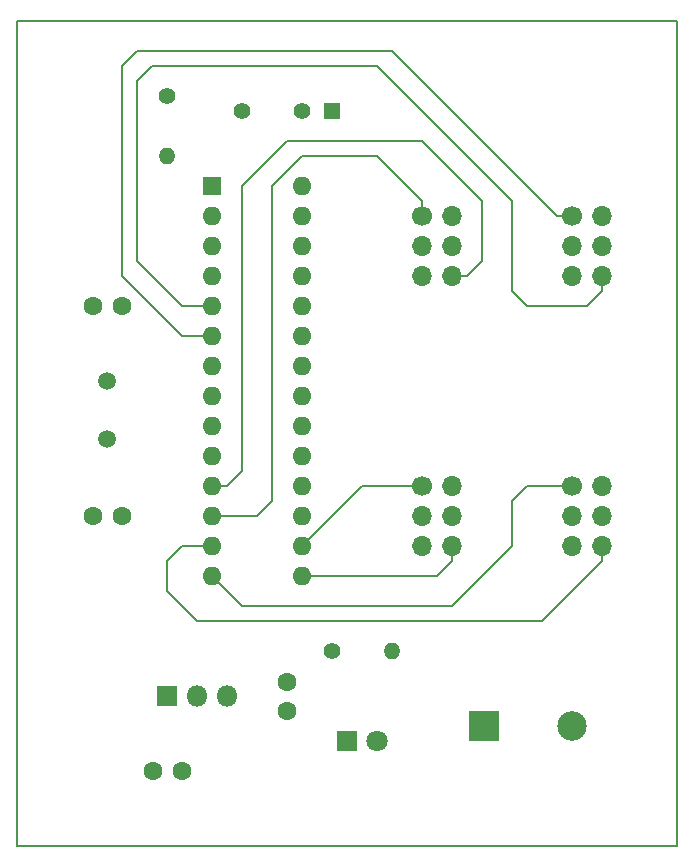
<source format=gbr>
%TF.GenerationSoftware,KiCad,Pcbnew,4.0.7*%
%TF.CreationDate,2018-07-21T22:05:15-04:00*%
%TF.ProjectId,arduino-ir-relay,61726475696E6F2D69722D72656C6179,rev?*%
%TF.FileFunction,Copper,L2,Bot,Signal*%
%FSLAX46Y46*%
G04 Gerber Fmt 4.6, Leading zero omitted, Abs format (unit mm)*
G04 Created by KiCad (PCBNEW 4.0.7) date Sat Jul 21 22:05:15 2018*
%MOMM*%
%LPD*%
G01*
G04 APERTURE LIST*
%ADD10C,0.150000*%
%ADD11C,1.700000*%
%ADD12O,1.700000X1.700000*%
%ADD13R,1.400000X1.400000*%
%ADD14C,1.400000*%
%ADD15C,1.600000*%
%ADD16C,1.500000*%
%ADD17R,1.800000X1.800000*%
%ADD18C,1.800000*%
%ADD19O,1.400000X1.400000*%
%ADD20O,1.800000X1.800000*%
%ADD21R,2.500000X2.500000*%
%ADD22C,2.500000*%
%ADD23R,1.600000X1.600000*%
%ADD24O,1.600000X1.600000*%
%ADD25C,0.152400*%
G04 APERTURE END LIST*
D10*
X64770000Y-50800000D02*
X63500000Y-50800000D01*
X119380000Y-50800000D02*
X64770000Y-50800000D01*
X119380000Y-120650000D02*
X119380000Y-50800000D01*
X63500000Y-120650000D02*
X119380000Y-120650000D01*
X63500000Y-50800000D02*
X63500000Y-120650000D01*
D11*
X110490000Y-90170000D03*
D12*
X113030000Y-90170000D03*
X110490000Y-92710000D03*
X113030000Y-92710000D03*
X110490000Y-95250000D03*
X113030000Y-95250000D03*
D13*
X90170000Y-58420000D03*
D14*
X87630000Y-58420000D03*
X82550000Y-58420000D03*
D15*
X74970000Y-114300000D03*
X77470000Y-114300000D03*
X86360000Y-109220000D03*
X86360000Y-106720000D03*
X72390000Y-74930000D03*
X69890000Y-74930000D03*
X72390000Y-92710000D03*
X69890000Y-92710000D03*
D16*
X71120000Y-86160000D03*
X71120000Y-81280000D03*
D17*
X91440000Y-111760000D03*
D18*
X93980000Y-111760000D03*
D14*
X90170000Y-104140000D03*
D19*
X95250000Y-104140000D03*
D14*
X76200000Y-57150000D03*
D19*
X76200000Y-62230000D03*
D17*
X76200000Y-107950000D03*
D20*
X78740000Y-107950000D03*
X81280000Y-107950000D03*
D21*
X102990000Y-110490000D03*
D22*
X110490000Y-110490000D03*
D11*
X110490000Y-67310000D03*
D12*
X113030000Y-67310000D03*
X110490000Y-69850000D03*
X113030000Y-69850000D03*
X110490000Y-72390000D03*
X113030000Y-72390000D03*
D11*
X97790000Y-67310000D03*
D12*
X100330000Y-67310000D03*
X97790000Y-69850000D03*
X100330000Y-69850000D03*
X97790000Y-72390000D03*
X100330000Y-72390000D03*
D11*
X97790000Y-90170000D03*
D12*
X100330000Y-90170000D03*
X97790000Y-92710000D03*
X100330000Y-92710000D03*
X97790000Y-95250000D03*
X100330000Y-95250000D03*
D23*
X80010000Y-64770000D03*
D24*
X87630000Y-97790000D03*
X80010000Y-67310000D03*
X87630000Y-95250000D03*
X80010000Y-69850000D03*
X87630000Y-92710000D03*
X80010000Y-72390000D03*
X87630000Y-90170000D03*
X80010000Y-74930000D03*
X87630000Y-87630000D03*
X80010000Y-77470000D03*
X87630000Y-85090000D03*
X80010000Y-80010000D03*
X87630000Y-82550000D03*
X80010000Y-82550000D03*
X87630000Y-80010000D03*
X80010000Y-85090000D03*
X87630000Y-77470000D03*
X80010000Y-87630000D03*
X87630000Y-74930000D03*
X80010000Y-90170000D03*
X87630000Y-72390000D03*
X80010000Y-92710000D03*
X87630000Y-69850000D03*
X80010000Y-95250000D03*
X87630000Y-67310000D03*
X80010000Y-97790000D03*
X87630000Y-64770000D03*
D25*
X113030000Y-72390000D02*
X113030000Y-73660000D01*
X77470000Y-74930000D02*
X80010000Y-74930000D01*
X73660000Y-71120000D02*
X77470000Y-74930000D01*
X73660000Y-55880000D02*
X73660000Y-71120000D01*
X74930000Y-54610000D02*
X73660000Y-55880000D01*
X93980000Y-54610000D02*
X74930000Y-54610000D01*
X105410000Y-66040000D02*
X93980000Y-54610000D01*
X105410000Y-73660000D02*
X105410000Y-66040000D01*
X106680000Y-74930000D02*
X105410000Y-73660000D01*
X111760000Y-74930000D02*
X106680000Y-74930000D01*
X113030000Y-73660000D02*
X111760000Y-74930000D01*
X100330000Y-95250000D02*
X100330000Y-96520000D01*
X99060000Y-97790000D02*
X87630000Y-97790000D01*
X100330000Y-96520000D02*
X99060000Y-97790000D01*
X92710000Y-90170000D02*
X87630000Y-95250000D01*
X97790000Y-90170000D02*
X92710000Y-90170000D01*
X110490000Y-67310000D02*
X109220000Y-67310000D01*
X77470000Y-77470000D02*
X80010000Y-77470000D01*
X72390000Y-72390000D02*
X77470000Y-77470000D01*
X72390000Y-54610000D02*
X72390000Y-72390000D01*
X73660000Y-53340000D02*
X72390000Y-54610000D01*
X95250000Y-53340000D02*
X73660000Y-53340000D01*
X109220000Y-67310000D02*
X95250000Y-53340000D01*
X100330000Y-72390000D02*
X101600000Y-72390000D01*
X81280000Y-90170000D02*
X80010000Y-90170000D01*
X82550000Y-88900000D02*
X81280000Y-90170000D01*
X82550000Y-64770000D02*
X82550000Y-88900000D01*
X86360000Y-60960000D02*
X82550000Y-64770000D01*
X97790000Y-60960000D02*
X86360000Y-60960000D01*
X102870000Y-66040000D02*
X97790000Y-60960000D01*
X102870000Y-71120000D02*
X102870000Y-66040000D01*
X101600000Y-72390000D02*
X102870000Y-71120000D01*
X97790000Y-67310000D02*
X97790000Y-66040000D01*
X83820000Y-92710000D02*
X80010000Y-92710000D01*
X85090000Y-91440000D02*
X83820000Y-92710000D01*
X85090000Y-64770000D02*
X85090000Y-91440000D01*
X87630000Y-62230000D02*
X85090000Y-64770000D01*
X93980000Y-62230000D02*
X87630000Y-62230000D01*
X97790000Y-66040000D02*
X93980000Y-62230000D01*
X113030000Y-95250000D02*
X113030000Y-96520000D01*
X77470000Y-95250000D02*
X80010000Y-95250000D01*
X76200000Y-96520000D02*
X77470000Y-95250000D01*
X76200000Y-99060000D02*
X76200000Y-96520000D01*
X78740000Y-101600000D02*
X76200000Y-99060000D01*
X107950000Y-101600000D02*
X78740000Y-101600000D01*
X113030000Y-96520000D02*
X107950000Y-101600000D01*
X110490000Y-90170000D02*
X106680000Y-90170000D01*
X82550000Y-100330000D02*
X80010000Y-97790000D01*
X100330000Y-100330000D02*
X82550000Y-100330000D01*
X105410000Y-95250000D02*
X100330000Y-100330000D01*
X105410000Y-91440000D02*
X105410000Y-95250000D01*
X106680000Y-90170000D02*
X105410000Y-91440000D01*
M02*

</source>
